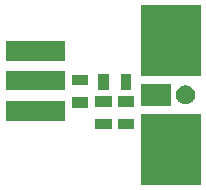
<source format=gts>
G04 #@! TF.GenerationSoftware,KiCad,Pcbnew,5.0.2-bee76a0~70~ubuntu16.04.1*
G04 #@! TF.CreationDate,2019-12-01T18:07:58-08:00*
G04 #@! TF.ProjectId,psfeedback,70736665-6564-4626-9163-6b2e6b696361,1.0*
G04 #@! TF.SameCoordinates,PX8f25820PY3fcd020*
G04 #@! TF.FileFunction,Soldermask,Top*
G04 #@! TF.FilePolarity,Negative*
%FSLAX46Y46*%
G04 Gerber Fmt 4.6, Leading zero omitted, Abs format (unit mm)*
G04 Created by KiCad (PCBNEW 5.0.2-bee76a0~70~ubuntu16.04.1) date Sun 01 Dec 2019 06:07:58 PM PST*
%MOMM*%
%LPD*%
G01*
G04 APERTURE LIST*
%ADD10C,0.100000*%
G04 APERTURE END LIST*
D10*
G36*
X16810000Y-15320000D02*
X11730000Y-15320000D01*
X11730000Y-9290000D01*
X16810000Y-9290000D01*
X16810000Y-15320000D01*
X16810000Y-15320000D01*
G37*
G36*
X9298500Y-10597000D02*
X7901500Y-10597000D01*
X7901500Y-9708000D01*
X9298500Y-9708000D01*
X9298500Y-10597000D01*
X9298500Y-10597000D01*
G37*
G36*
X11198500Y-10597000D02*
X9801500Y-10597000D01*
X9801500Y-9708000D01*
X11198500Y-9708000D01*
X11198500Y-10597000D01*
X11198500Y-10597000D01*
G37*
G36*
X5300000Y-9890000D02*
X300000Y-9890000D01*
X300000Y-8190000D01*
X5300000Y-8190000D01*
X5300000Y-9890000D01*
X5300000Y-9890000D01*
G37*
G36*
X7298500Y-8797000D02*
X5901500Y-8797000D01*
X5901500Y-7908000D01*
X7298500Y-7908000D01*
X7298500Y-8797000D01*
X7298500Y-8797000D01*
G37*
G36*
X11198500Y-8692000D02*
X9801500Y-8692000D01*
X9801500Y-7803000D01*
X11198500Y-7803000D01*
X11198500Y-8692000D01*
X11198500Y-8692000D01*
G37*
G36*
X9298500Y-8692000D02*
X7901500Y-8692000D01*
X7901500Y-7803000D01*
X9298500Y-7803000D01*
X9298500Y-8692000D01*
X9298500Y-8692000D01*
G37*
G36*
X14270000Y-8650000D02*
X11730000Y-8650000D01*
X11730000Y-6750000D01*
X14270000Y-6750000D01*
X14270000Y-8650000D01*
X14270000Y-8650000D01*
G37*
G36*
X15773352Y-6930743D02*
X15918941Y-6991048D01*
X16049973Y-7078601D01*
X16161399Y-7190027D01*
X16248952Y-7321059D01*
X16309257Y-7466648D01*
X16340000Y-7621205D01*
X16340000Y-7778795D01*
X16309257Y-7933352D01*
X16248952Y-8078941D01*
X16161399Y-8209973D01*
X16049973Y-8321399D01*
X15918941Y-8408952D01*
X15773352Y-8469257D01*
X15618795Y-8500000D01*
X15461205Y-8500000D01*
X15306648Y-8469257D01*
X15161059Y-8408952D01*
X15030027Y-8321399D01*
X14918601Y-8209973D01*
X14831048Y-8078941D01*
X14770743Y-7933352D01*
X14740000Y-7778795D01*
X14740000Y-7621205D01*
X14770743Y-7466648D01*
X14831048Y-7321059D01*
X14918601Y-7190027D01*
X15030027Y-7078601D01*
X15161059Y-6991048D01*
X15306648Y-6930743D01*
X15461205Y-6900000D01*
X15618795Y-6900000D01*
X15773352Y-6930743D01*
X15773352Y-6930743D01*
G37*
G36*
X5300000Y-7300000D02*
X300000Y-7300000D01*
X300000Y-5700000D01*
X5300000Y-5700000D01*
X5300000Y-7300000D01*
X5300000Y-7300000D01*
G37*
G36*
X10944500Y-7298500D02*
X10055500Y-7298500D01*
X10055500Y-5901500D01*
X10944500Y-5901500D01*
X10944500Y-7298500D01*
X10944500Y-7298500D01*
G37*
G36*
X9039500Y-7298500D02*
X8150500Y-7298500D01*
X8150500Y-5901500D01*
X9039500Y-5901500D01*
X9039500Y-7298500D01*
X9039500Y-7298500D01*
G37*
G36*
X7298500Y-6892000D02*
X5901500Y-6892000D01*
X5901500Y-6003000D01*
X7298500Y-6003000D01*
X7298500Y-6892000D01*
X7298500Y-6892000D01*
G37*
G36*
X16810000Y-6110000D02*
X11730000Y-6110000D01*
X11730000Y-80000D01*
X16810000Y-80000D01*
X16810000Y-6110000D01*
X16810000Y-6110000D01*
G37*
G36*
X5300000Y-4810000D02*
X300000Y-4810000D01*
X300000Y-3110000D01*
X5300000Y-3110000D01*
X5300000Y-4810000D01*
X5300000Y-4810000D01*
G37*
M02*

</source>
